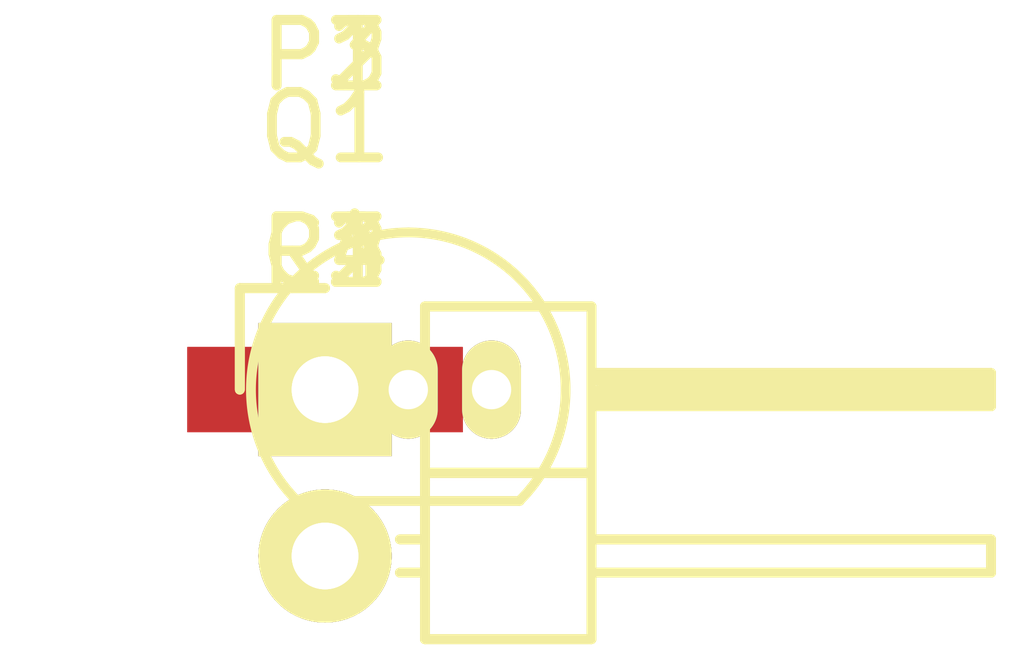
<source format=kicad_pcb>
(kicad_pcb (version 4) (host pcbnew "(2014-jul-16 BZR unknown)-product")

  (general
    (links 15)
    (no_connects 7)
    (area 143.338767 98.7246 159.430101 109.582601)
    (thickness 1.6)
    (drawings 0)
    (tracks 0)
    (zones 0)
    (modules 10)
    (nets 7)
  )

  (page A4)
  (layers
    (0 F.Cu signal)
    (31 B.Cu signal)
    (32 B.Adhes user)
    (33 F.Adhes user)
    (34 B.Paste user)
    (35 F.Paste user)
    (36 B.SilkS user)
    (37 F.SilkS user)
    (38 B.Mask user)
    (39 F.Mask user)
    (40 Dwgs.User user)
    (41 Cmts.User user)
    (42 Eco1.User user)
    (43 Eco2.User user)
    (44 Edge.Cuts user)
    (45 Margin user)
    (46 B.CrtYd user)
    (47 F.CrtYd user)
    (48 B.Fab user)
    (49 F.Fab user)
  )

  (setup
    (last_trace_width 0.254)
    (trace_clearance 0.254)
    (zone_clearance 0.508)
    (zone_45_only no)
    (trace_min 0.254)
    (segment_width 0.2)
    (edge_width 0.15)
    (via_size 0.889)
    (via_drill 0.635)
    (via_min_size 0.889)
    (via_min_drill 0.508)
    (uvia_size 0.508)
    (uvia_drill 0.127)
    (uvias_allowed no)
    (uvia_min_size 0.508)
    (uvia_min_drill 0.127)
    (pcb_text_width 0.3)
    (pcb_text_size 1 1)
    (mod_edge_width 0.15)
    (mod_text_size 1 1)
    (mod_text_width 0.15)
    (pad_size 1 1)
    (pad_drill 0.6)
    (pad_to_mask_clearance 0)
    (aux_axis_origin 0 0)
    (visible_elements FFFFF77F)
    (pcbplotparams
      (layerselection 0x00030_80000001)
      (usegerberextensions false)
      (excludeedgelayer true)
      (linewidth 0.100000)
      (plotframeref false)
      (viasonmask false)
      (mode 1)
      (useauxorigin false)
      (hpglpennumber 1)
      (hpglpenspeed 20)
      (hpglpendiameter 15)
      (hpglpenoverlay 2)
      (psnegative false)
      (psa4output false)
      (plotreference true)
      (plotvalue true)
      (plotinvisibletext false)
      (padsonsilk false)
      (subtractmaskfromsilk false)
      (outputformat 1)
      (mirror false)
      (drillshape 1)
      (scaleselection 1)
      (outputdirectory ""))
  )

  (net 0 "")
  (net 1 "Net-(C1-Pad1)")
  (net 2 "Net-(C1-Pad2)")
  (net 3 "Net-(C2-Pad1)")
  (net 4 GND)
  (net 5 +5V)
  (net 6 "Net-(P3-Pad2)")

  (net_class Default "This is the default net class."
    (clearance 0.254)
    (trace_width 0.254)
    (via_dia 0.889)
    (via_drill 0.635)
    (uvia_dia 0.508)
    (uvia_drill 0.127)
    (add_net +5V)
    (add_net GND)
    (add_net "Net-(C1-Pad1)")
    (add_net "Net-(C1-Pad2)")
    (add_net "Net-(C2-Pad1)")
    (add_net "Net-(P3-Pad2)")
  )

  (module Capacitors_SMD:C_0805_HandSoldering (layer F.Cu) (tedit 541A9B8D) (tstamp 55E8A80B)
    (at 148.5011 105.0036)
    (descr "Capacitor SMD 0805, hand soldering")
    (tags "capacitor 0805")
    (path /55E8AB48)
    (attr smd)
    (fp_text reference C1 (at 0 -2.1) (layer F.SilkS)
      (effects (font (size 1 1) (thickness 0.15)))
    )
    (fp_text value .1u (at 0 2.1) (layer F.Fab)
      (effects (font (size 1 1) (thickness 0.15)))
    )
    (fp_line (start -2.3 -1) (end 2.3 -1) (layer F.CrtYd) (width 0.05))
    (fp_line (start -2.3 1) (end 2.3 1) (layer F.CrtYd) (width 0.05))
    (fp_line (start -2.3 -1) (end -2.3 1) (layer F.CrtYd) (width 0.05))
    (fp_line (start 2.3 -1) (end 2.3 1) (layer F.CrtYd) (width 0.05))
    (fp_line (start 0.5 -0.85) (end -0.5 -0.85) (layer F.SilkS) (width 0.15))
    (fp_line (start -0.5 0.85) (end 0.5 0.85) (layer F.SilkS) (width 0.15))
    (pad 1 smd rect (at -1.25 0) (size 1.5 1.25) (layers F.Cu F.Paste F.Mask)
      (net 1 "Net-(C1-Pad1)"))
    (pad 2 smd rect (at 1.25 0) (size 1.5 1.25) (layers F.Cu F.Paste F.Mask)
      (net 2 "Net-(C1-Pad2)"))
    (model Capacitors_SMD.3dshapes/C_0805_HandSoldering.wrl
      (at (xyz 0 0 0))
      (scale (xyz 1 1 1))
      (rotate (xyz 0 0 0))
    )
  )

  (module Capacitors_SMD:C_0805_HandSoldering (layer F.Cu) (tedit 541A9B8D) (tstamp 55E8A811)
    (at 148.5011 105.0036)
    (descr "Capacitor SMD 0805, hand soldering")
    (tags "capacitor 0805")
    (path /55E8A95D)
    (attr smd)
    (fp_text reference C2 (at 0 -2.1) (layer F.SilkS)
      (effects (font (size 1 1) (thickness 0.15)))
    )
    (fp_text value .1u (at 0 2.1) (layer F.Fab)
      (effects (font (size 1 1) (thickness 0.15)))
    )
    (fp_line (start -2.3 -1) (end 2.3 -1) (layer F.CrtYd) (width 0.05))
    (fp_line (start -2.3 1) (end 2.3 1) (layer F.CrtYd) (width 0.05))
    (fp_line (start -2.3 -1) (end -2.3 1) (layer F.CrtYd) (width 0.05))
    (fp_line (start 2.3 -1) (end 2.3 1) (layer F.CrtYd) (width 0.05))
    (fp_line (start 0.5 -0.85) (end -0.5 -0.85) (layer F.SilkS) (width 0.15))
    (fp_line (start -0.5 0.85) (end 0.5 0.85) (layer F.SilkS) (width 0.15))
    (pad 1 smd rect (at -1.25 0) (size 1.5 1.25) (layers F.Cu F.Paste F.Mask)
      (net 3 "Net-(C2-Pad1)"))
    (pad 2 smd rect (at 1.25 0) (size 1.5 1.25) (layers F.Cu F.Paste F.Mask)
      (net 4 GND))
    (model Capacitors_SMD.3dshapes/C_0805_HandSoldering.wrl
      (at (xyz 0 0 0))
      (scale (xyz 1 1 1))
      (rotate (xyz 0 0 0))
    )
  )

  (module Pin_Headers:Pin_Header_Angled_1x02 (layer F.Cu) (tedit 55E8A7E8) (tstamp 55E8A817)
    (at 148.5011 105.0036)
    (descr "Through hole pin header")
    (tags "pin header")
    (path /55E8ABB6)
    (fp_text reference P1 (at 0 -5.1) (layer F.SilkS)
      (effects (font (size 1 1) (thickness 0.15)))
    )
    (fp_text value CONN_01X02 (at 0 -3.1) (layer F.Fab)
      (effects (font (size 1 1) (thickness 0.15)))
    )
    (fp_line (start -1.5 -1.75) (end -1.5 4.3) (layer F.CrtYd) (width 0.05))
    (fp_line (start 10.65 -1.75) (end 10.65 4.3) (layer F.CrtYd) (width 0.05))
    (fp_line (start -1.5 -1.75) (end 10.65 -1.75) (layer F.CrtYd) (width 0.05))
    (fp_line (start -1.5 4.3) (end 10.65 4.3) (layer F.CrtYd) (width 0.05))
    (fp_line (start -1.3 -1.55) (end -1.3 0) (layer F.SilkS) (width 0.15))
    (fp_line (start 0 -1.55) (end -1.3 -1.55) (layer F.SilkS) (width 0.15))
    (fp_line (start 4.191 -0.127) (end 10.033 -0.127) (layer F.SilkS) (width 0.15))
    (fp_line (start 10.033 -0.127) (end 10.033 0.127) (layer F.SilkS) (width 0.15))
    (fp_line (start 10.033 0.127) (end 4.191 0.127) (layer F.SilkS) (width 0.15))
    (fp_line (start 4.191 0.127) (end 4.191 0) (layer F.SilkS) (width 0.15))
    (fp_line (start 4.191 0) (end 10.033 0) (layer F.SilkS) (width 0.15))
    (fp_line (start 1.524 -0.254) (end 1.143 -0.254) (layer F.SilkS) (width 0.15))
    (fp_line (start 1.524 0.254) (end 1.143 0.254) (layer F.SilkS) (width 0.15))
    (fp_line (start 1.524 2.286) (end 1.143 2.286) (layer F.SilkS) (width 0.15))
    (fp_line (start 1.524 2.794) (end 1.143 2.794) (layer F.SilkS) (width 0.15))
    (fp_line (start 1.524 -1.27) (end 4.064 -1.27) (layer F.SilkS) (width 0.15))
    (fp_line (start 1.524 1.27) (end 4.064 1.27) (layer F.SilkS) (width 0.15))
    (fp_line (start 1.524 1.27) (end 1.524 3.81) (layer F.SilkS) (width 0.15))
    (fp_line (start 1.524 3.81) (end 4.064 3.81) (layer F.SilkS) (width 0.15))
    (fp_line (start 4.064 2.286) (end 10.16 2.286) (layer F.SilkS) (width 0.15))
    (fp_line (start 10.16 2.286) (end 10.16 2.794) (layer F.SilkS) (width 0.15))
    (fp_line (start 10.16 2.794) (end 4.064 2.794) (layer F.SilkS) (width 0.15))
    (fp_line (start 4.064 3.81) (end 4.064 1.27) (layer F.SilkS) (width 0.15))
    (fp_line (start 4.064 1.27) (end 4.064 -1.27) (layer F.SilkS) (width 0.15))
    (fp_line (start 10.16 0.254) (end 4.064 0.254) (layer F.SilkS) (width 0.15))
    (fp_line (start 10.16 -0.254) (end 10.16 0.254) (layer F.SilkS) (width 0.15))
    (fp_line (start 4.064 -0.254) (end 10.16 -0.254) (layer F.SilkS) (width 0.15))
    (fp_line (start 1.524 1.27) (end 4.064 1.27) (layer F.SilkS) (width 0.15))
    (fp_line (start 1.524 -1.27) (end 1.524 1.27) (layer F.SilkS) (width 0.15))
    (pad 1 thru_hole rect (at 0 0) (size 2.032 2.032) (drill 1.016) (layers *.Cu *.Mask F.SilkS)
      (net 4 GND))
    (pad 2 thru_hole oval (at 0 2.54) (size 2.032 2.032) (drill 1.016) (layers *.Cu *.Mask F.SilkS)
      (net 2 "Net-(C1-Pad2)"))
    (model Pin_Headers.3dshapes/Pin_Header_Angled_1x02.wrl
      (at (xyz 0 -0.05 0))
      (scale (xyz 1 1 1))
      (rotate (xyz 0 0 90))
    )
  )

  (module Pin_Headers:Pin_Header_Angled_1x02 (layer F.Cu) (tedit 55E8A7E8) (tstamp 55E8A81D)
    (at 148.5011 105.0036)
    (descr "Through hole pin header")
    (tags "pin header")
    (path /55E8AEE4)
    (fp_text reference P2 (at 0 -5.1) (layer F.SilkS)
      (effects (font (size 1 1) (thickness 0.15)))
    )
    (fp_text value CONN_01X02 (at 0 -3.1) (layer F.Fab)
      (effects (font (size 1 1) (thickness 0.15)))
    )
    (fp_line (start -1.5 -1.75) (end -1.5 4.3) (layer F.CrtYd) (width 0.05))
    (fp_line (start 10.65 -1.75) (end 10.65 4.3) (layer F.CrtYd) (width 0.05))
    (fp_line (start -1.5 -1.75) (end 10.65 -1.75) (layer F.CrtYd) (width 0.05))
    (fp_line (start -1.5 4.3) (end 10.65 4.3) (layer F.CrtYd) (width 0.05))
    (fp_line (start -1.3 -1.55) (end -1.3 0) (layer F.SilkS) (width 0.15))
    (fp_line (start 0 -1.55) (end -1.3 -1.55) (layer F.SilkS) (width 0.15))
    (fp_line (start 4.191 -0.127) (end 10.033 -0.127) (layer F.SilkS) (width 0.15))
    (fp_line (start 10.033 -0.127) (end 10.033 0.127) (layer F.SilkS) (width 0.15))
    (fp_line (start 10.033 0.127) (end 4.191 0.127) (layer F.SilkS) (width 0.15))
    (fp_line (start 4.191 0.127) (end 4.191 0) (layer F.SilkS) (width 0.15))
    (fp_line (start 4.191 0) (end 10.033 0) (layer F.SilkS) (width 0.15))
    (fp_line (start 1.524 -0.254) (end 1.143 -0.254) (layer F.SilkS) (width 0.15))
    (fp_line (start 1.524 0.254) (end 1.143 0.254) (layer F.SilkS) (width 0.15))
    (fp_line (start 1.524 2.286) (end 1.143 2.286) (layer F.SilkS) (width 0.15))
    (fp_line (start 1.524 2.794) (end 1.143 2.794) (layer F.SilkS) (width 0.15))
    (fp_line (start 1.524 -1.27) (end 4.064 -1.27) (layer F.SilkS) (width 0.15))
    (fp_line (start 1.524 1.27) (end 4.064 1.27) (layer F.SilkS) (width 0.15))
    (fp_line (start 1.524 1.27) (end 1.524 3.81) (layer F.SilkS) (width 0.15))
    (fp_line (start 1.524 3.81) (end 4.064 3.81) (layer F.SilkS) (width 0.15))
    (fp_line (start 4.064 2.286) (end 10.16 2.286) (layer F.SilkS) (width 0.15))
    (fp_line (start 10.16 2.286) (end 10.16 2.794) (layer F.SilkS) (width 0.15))
    (fp_line (start 10.16 2.794) (end 4.064 2.794) (layer F.SilkS) (width 0.15))
    (fp_line (start 4.064 3.81) (end 4.064 1.27) (layer F.SilkS) (width 0.15))
    (fp_line (start 4.064 1.27) (end 4.064 -1.27) (layer F.SilkS) (width 0.15))
    (fp_line (start 10.16 0.254) (end 4.064 0.254) (layer F.SilkS) (width 0.15))
    (fp_line (start 10.16 -0.254) (end 10.16 0.254) (layer F.SilkS) (width 0.15))
    (fp_line (start 4.064 -0.254) (end 10.16 -0.254) (layer F.SilkS) (width 0.15))
    (fp_line (start 1.524 1.27) (end 4.064 1.27) (layer F.SilkS) (width 0.15))
    (fp_line (start 1.524 -1.27) (end 1.524 1.27) (layer F.SilkS) (width 0.15))
    (pad 1 thru_hole rect (at 0 0) (size 2.032 2.032) (drill 1.016) (layers *.Cu *.Mask F.SilkS)
      (net 4 GND))
    (pad 2 thru_hole oval (at 0 2.54) (size 2.032 2.032) (drill 1.016) (layers *.Cu *.Mask F.SilkS)
      (net 5 +5V))
    (model Pin_Headers.3dshapes/Pin_Header_Angled_1x02.wrl
      (at (xyz 0 -0.05 0))
      (scale (xyz 1 1 1))
      (rotate (xyz 0 0 90))
    )
  )

  (module Pin_Headers:Pin_Header_Angled_1x02 (layer F.Cu) (tedit 55E8A7E8) (tstamp 55E8A823)
    (at 148.5011 105.0036)
    (descr "Through hole pin header")
    (tags "pin header")
    (path /55E8AD48)
    (fp_text reference P3 (at 0 -5.1) (layer F.SilkS)
      (effects (font (size 1 1) (thickness 0.15)))
    )
    (fp_text value CONN_01X02 (at 0 -3.1) (layer F.Fab)
      (effects (font (size 1 1) (thickness 0.15)))
    )
    (fp_line (start -1.5 -1.75) (end -1.5 4.3) (layer F.CrtYd) (width 0.05))
    (fp_line (start 10.65 -1.75) (end 10.65 4.3) (layer F.CrtYd) (width 0.05))
    (fp_line (start -1.5 -1.75) (end 10.65 -1.75) (layer F.CrtYd) (width 0.05))
    (fp_line (start -1.5 4.3) (end 10.65 4.3) (layer F.CrtYd) (width 0.05))
    (fp_line (start -1.3 -1.55) (end -1.3 0) (layer F.SilkS) (width 0.15))
    (fp_line (start 0 -1.55) (end -1.3 -1.55) (layer F.SilkS) (width 0.15))
    (fp_line (start 4.191 -0.127) (end 10.033 -0.127) (layer F.SilkS) (width 0.15))
    (fp_line (start 10.033 -0.127) (end 10.033 0.127) (layer F.SilkS) (width 0.15))
    (fp_line (start 10.033 0.127) (end 4.191 0.127) (layer F.SilkS) (width 0.15))
    (fp_line (start 4.191 0.127) (end 4.191 0) (layer F.SilkS) (width 0.15))
    (fp_line (start 4.191 0) (end 10.033 0) (layer F.SilkS) (width 0.15))
    (fp_line (start 1.524 -0.254) (end 1.143 -0.254) (layer F.SilkS) (width 0.15))
    (fp_line (start 1.524 0.254) (end 1.143 0.254) (layer F.SilkS) (width 0.15))
    (fp_line (start 1.524 2.286) (end 1.143 2.286) (layer F.SilkS) (width 0.15))
    (fp_line (start 1.524 2.794) (end 1.143 2.794) (layer F.SilkS) (width 0.15))
    (fp_line (start 1.524 -1.27) (end 4.064 -1.27) (layer F.SilkS) (width 0.15))
    (fp_line (start 1.524 1.27) (end 4.064 1.27) (layer F.SilkS) (width 0.15))
    (fp_line (start 1.524 1.27) (end 1.524 3.81) (layer F.SilkS) (width 0.15))
    (fp_line (start 1.524 3.81) (end 4.064 3.81) (layer F.SilkS) (width 0.15))
    (fp_line (start 4.064 2.286) (end 10.16 2.286) (layer F.SilkS) (width 0.15))
    (fp_line (start 10.16 2.286) (end 10.16 2.794) (layer F.SilkS) (width 0.15))
    (fp_line (start 10.16 2.794) (end 4.064 2.794) (layer F.SilkS) (width 0.15))
    (fp_line (start 4.064 3.81) (end 4.064 1.27) (layer F.SilkS) (width 0.15))
    (fp_line (start 4.064 1.27) (end 4.064 -1.27) (layer F.SilkS) (width 0.15))
    (fp_line (start 10.16 0.254) (end 4.064 0.254) (layer F.SilkS) (width 0.15))
    (fp_line (start 10.16 -0.254) (end 10.16 0.254) (layer F.SilkS) (width 0.15))
    (fp_line (start 4.064 -0.254) (end 10.16 -0.254) (layer F.SilkS) (width 0.15))
    (fp_line (start 1.524 1.27) (end 4.064 1.27) (layer F.SilkS) (width 0.15))
    (fp_line (start 1.524 -1.27) (end 1.524 1.27) (layer F.SilkS) (width 0.15))
    (pad 1 thru_hole rect (at 0 0) (size 2.032 2.032) (drill 1.016) (layers *.Cu *.Mask F.SilkS)
      (net 4 GND))
    (pad 2 thru_hole oval (at 0 2.54) (size 2.032 2.032) (drill 1.016) (layers *.Cu *.Mask F.SilkS)
      (net 6 "Net-(P3-Pad2)"))
    (model Pin_Headers.3dshapes/Pin_Header_Angled_1x02.wrl
      (at (xyz 0 -0.05 0))
      (scale (xyz 1 1 1))
      (rotate (xyz 0 0 90))
    )
  )

  (module Housings_TO-92:TO-92_Inline_Narrow_Oval (layer F.Cu) (tedit 54F24281) (tstamp 55E8A82A)
    (at 148.5011 105.0036)
    (descr "TO-92 leads in-line, narrow, oval pads, drill 0.6mm (see NXP sot054_po.pdf)")
    (tags "to-92 sc-43 sc-43a sot54 PA33 transistor")
    (path /55E8A903)
    (fp_text reference Q1 (at 0 -4) (layer F.SilkS)
      (effects (font (size 1 1) (thickness 0.15)))
    )
    (fp_text value BC547 (at 0 3) (layer F.Fab)
      (effects (font (size 1 1) (thickness 0.15)))
    )
    (fp_line (start -1.4 1.95) (end -1.4 -2.65) (layer F.CrtYd) (width 0.05))
    (fp_line (start -1.4 1.95) (end 3.95 1.95) (layer F.CrtYd) (width 0.05))
    (fp_line (start -0.43 1.7) (end 2.97 1.7) (layer F.SilkS) (width 0.15))
    (fp_arc (start 1.27 0) (end 1.27 -2.4) (angle -135) (layer F.SilkS) (width 0.15))
    (fp_arc (start 1.27 0) (end 1.27 -2.4) (angle 135) (layer F.SilkS) (width 0.15))
    (fp_line (start -1.4 -2.65) (end 3.95 -2.65) (layer F.CrtYd) (width 0.05))
    (fp_line (start 3.95 1.95) (end 3.95 -2.65) (layer F.CrtYd) (width 0.05))
    (pad 2 thru_hole oval (at 1.27 0 180) (size 0.89916 1.50114) (drill 0.6) (layers *.Cu *.Mask F.SilkS)
      (net 1 "Net-(C1-Pad1)"))
    (pad 3 thru_hole oval (at 2.54 0 180) (size 0.89916 1.50114) (drill 0.6) (layers *.Cu *.Mask F.SilkS)
      (net 3 "Net-(C2-Pad1)"))
    (pad 1 thru_hole oval (at 0 0 180) (size 0.89916 1.50114) (drill 0.6) (layers *.Cu *.Mask F.SilkS)
      (net 6 "Net-(P3-Pad2)"))
    (model Housings_TO-92.3dshapes/TO-92_Inline_Narrow_Oval.wrl
      (at (xyz 0.05 0 0))
      (scale (xyz 1 1 1))
      (rotate (xyz 0 0 -90))
    )
  )

  (module Resistors_SMD:R_0805_HandSoldering (layer F.Cu) (tedit 54189DEE) (tstamp 55E8A830)
    (at 148.5011 105.0036)
    (descr "Resistor SMD 0805, hand soldering")
    (tags "resistor 0805")
    (path /55E8A7F0)
    (attr smd)
    (fp_text reference R1 (at 0 -2.1) (layer F.SilkS)
      (effects (font (size 1 1) (thickness 0.15)))
    )
    (fp_text value 10k (at 0 2.1) (layer F.Fab)
      (effects (font (size 1 1) (thickness 0.15)))
    )
    (fp_line (start -2.4 -1) (end 2.4 -1) (layer F.CrtYd) (width 0.05))
    (fp_line (start -2.4 1) (end 2.4 1) (layer F.CrtYd) (width 0.05))
    (fp_line (start -2.4 -1) (end -2.4 1) (layer F.CrtYd) (width 0.05))
    (fp_line (start 2.4 -1) (end 2.4 1) (layer F.CrtYd) (width 0.05))
    (fp_line (start 0.6 0.875) (end -0.6 0.875) (layer F.SilkS) (width 0.15))
    (fp_line (start -0.6 -0.875) (end 0.6 -0.875) (layer F.SilkS) (width 0.15))
    (pad 1 smd rect (at -1.35 0) (size 1.5 1.3) (layers F.Cu F.Paste F.Mask)
      (net 5 +5V))
    (pad 2 smd rect (at 1.35 0) (size 1.5 1.3) (layers F.Cu F.Paste F.Mask)
      (net 1 "Net-(C1-Pad1)"))
    (model Resistors_SMD.3dshapes/R_0805_HandSoldering.wrl
      (at (xyz 0 0 0))
      (scale (xyz 1 1 1))
      (rotate (xyz 0 0 0))
    )
  )

  (module Resistors_SMD:R_0805_HandSoldering (layer F.Cu) (tedit 54189DEE) (tstamp 55E8A836)
    (at 148.5011 105.0036)
    (descr "Resistor SMD 0805, hand soldering")
    (tags "resistor 0805")
    (path /55E8A87F)
    (attr smd)
    (fp_text reference R2 (at 0 -2.1) (layer F.SilkS)
      (effects (font (size 1 1) (thickness 0.15)))
    )
    (fp_text value 10k (at 0 2.1) (layer F.Fab)
      (effects (font (size 1 1) (thickness 0.15)))
    )
    (fp_line (start -2.4 -1) (end 2.4 -1) (layer F.CrtYd) (width 0.05))
    (fp_line (start -2.4 1) (end 2.4 1) (layer F.CrtYd) (width 0.05))
    (fp_line (start -2.4 -1) (end -2.4 1) (layer F.CrtYd) (width 0.05))
    (fp_line (start 2.4 -1) (end 2.4 1) (layer F.CrtYd) (width 0.05))
    (fp_line (start 0.6 0.875) (end -0.6 0.875) (layer F.SilkS) (width 0.15))
    (fp_line (start -0.6 -0.875) (end 0.6 -0.875) (layer F.SilkS) (width 0.15))
    (pad 1 smd rect (at -1.35 0) (size 1.5 1.3) (layers F.Cu F.Paste F.Mask)
      (net 1 "Net-(C1-Pad1)"))
    (pad 2 smd rect (at 1.35 0) (size 1.5 1.3) (layers F.Cu F.Paste F.Mask)
      (net 4 GND))
    (model Resistors_SMD.3dshapes/R_0805_HandSoldering.wrl
      (at (xyz 0 0 0))
      (scale (xyz 1 1 1))
      (rotate (xyz 0 0 0))
    )
  )

  (module Resistors_SMD:R_0805_HandSoldering (layer F.Cu) (tedit 54189DEE) (tstamp 55E8A83C)
    (at 148.5011 105.0036)
    (descr "Resistor SMD 0805, hand soldering")
    (tags "resistor 0805")
    (path /55E8AA16)
    (attr smd)
    (fp_text reference R3 (at 0 -2.1) (layer F.SilkS)
      (effects (font (size 1 1) (thickness 0.15)))
    )
    (fp_text value 200 (at 0 2.1) (layer F.Fab)
      (effects (font (size 1 1) (thickness 0.15)))
    )
    (fp_line (start -2.4 -1) (end 2.4 -1) (layer F.CrtYd) (width 0.05))
    (fp_line (start -2.4 1) (end 2.4 1) (layer F.CrtYd) (width 0.05))
    (fp_line (start -2.4 -1) (end -2.4 1) (layer F.CrtYd) (width 0.05))
    (fp_line (start 2.4 -1) (end 2.4 1) (layer F.CrtYd) (width 0.05))
    (fp_line (start 0.6 0.875) (end -0.6 0.875) (layer F.SilkS) (width 0.15))
    (fp_line (start -0.6 -0.875) (end 0.6 -0.875) (layer F.SilkS) (width 0.15))
    (pad 1 smd rect (at -1.35 0) (size 1.5 1.3) (layers F.Cu F.Paste F.Mask)
      (net 5 +5V))
    (pad 2 smd rect (at 1.35 0) (size 1.5 1.3) (layers F.Cu F.Paste F.Mask)
      (net 6 "Net-(P3-Pad2)"))
    (model Resistors_SMD.3dshapes/R_0805_HandSoldering.wrl
      (at (xyz 0 0 0))
      (scale (xyz 1 1 1))
      (rotate (xyz 0 0 0))
    )
  )

  (module Resistors_SMD:R_0805_HandSoldering (layer F.Cu) (tedit 54189DEE) (tstamp 55E8A842)
    (at 148.5011 105.0036)
    (descr "Resistor SMD 0805, hand soldering")
    (tags "resistor 0805")
    (path /55E8A92B)
    (attr smd)
    (fp_text reference R4 (at 0 -2.1) (layer F.SilkS)
      (effects (font (size 1 1) (thickness 0.15)))
    )
    (fp_text value 1k (at 0 2.1) (layer F.Fab)
      (effects (font (size 1 1) (thickness 0.15)))
    )
    (fp_line (start -2.4 -1) (end 2.4 -1) (layer F.CrtYd) (width 0.05))
    (fp_line (start -2.4 1) (end 2.4 1) (layer F.CrtYd) (width 0.05))
    (fp_line (start -2.4 -1) (end -2.4 1) (layer F.CrtYd) (width 0.05))
    (fp_line (start 2.4 -1) (end 2.4 1) (layer F.CrtYd) (width 0.05))
    (fp_line (start 0.6 0.875) (end -0.6 0.875) (layer F.SilkS) (width 0.15))
    (fp_line (start -0.6 -0.875) (end 0.6 -0.875) (layer F.SilkS) (width 0.15))
    (pad 1 smd rect (at -1.35 0) (size 1.5 1.3) (layers F.Cu F.Paste F.Mask)
      (net 3 "Net-(C2-Pad1)"))
    (pad 2 smd rect (at 1.35 0) (size 1.5 1.3) (layers F.Cu F.Paste F.Mask)
      (net 4 GND))
    (model Resistors_SMD.3dshapes/R_0805_HandSoldering.wrl
      (at (xyz 0 0 0))
      (scale (xyz 1 1 1))
      (rotate (xyz 0 0 0))
    )
  )

)

</source>
